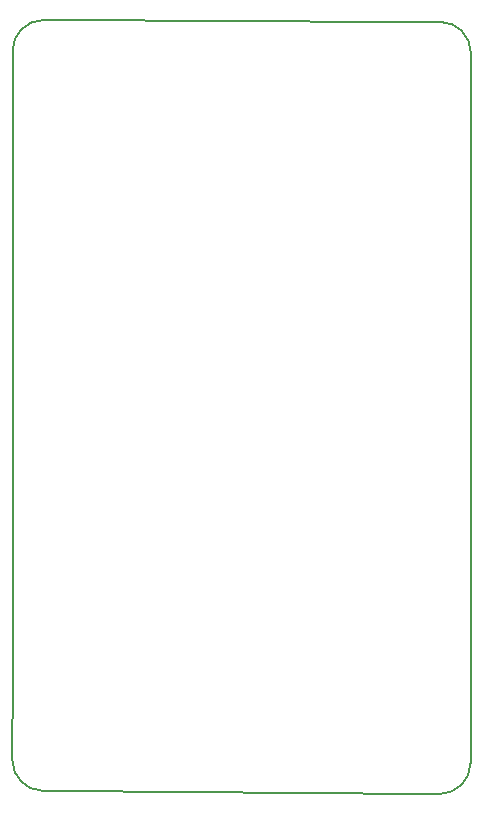
<source format=gko>
G04*
G04 #@! TF.GenerationSoftware,Altium Limited,Altium Designer,19.0.15 (446)*
G04*
G04 Layer_Color=16711935*
%FSLAX44Y44*%
%MOMM*%
G71*
G01*
G75*
%ADD13C,0.1270*%
%ADD133C,0.1270*%
D13*
X319694Y616141D02*
G03*
X319689Y616141I-6J-635D01*
G01*
X319694Y616141D02*
G03*
X319689Y616141I-6J-26035D01*
G01*
X345724Y590111D02*
G03*
X319694Y616141I-26035J-6D01*
G01*
X345724Y590106D02*
G03*
X345724Y590111I-26035J-0D01*
G01*
X345727Y580298D02*
G03*
X345727Y580299I-635J0D01*
G01*
Y580298D02*
G03*
X345727Y580299I-635J0D01*
G01*
X345724Y590106D02*
G03*
X345724Y590111I-635J-0D01*
G01*
X298777Y616141D02*
G03*
X298759Y616140I0J-635D01*
G01*
X298761Y616140D02*
G03*
X298758Y616140I16J-635D01*
G01*
X298777Y616141D02*
G03*
X298761Y616140I0J-635D01*
G01*
X345727Y-256D02*
G03*
X345727Y-248I-635J8D01*
G01*
X345727Y-256D02*
G03*
X345727Y-248I-635J8D01*
G01*
X345584Y-11514D02*
G03*
X345584Y-11510I-26035J4D01*
G01*
X319549Y-37545D02*
G03*
X345584Y-11514I0J26035D01*
G01*
X305995Y-37545D02*
G03*
X305998Y-37545I3J635D01*
G01*
X305990Y-37545D02*
G03*
X305995Y-37545I8J635D01*
G01*
X305993Y-37545D02*
G03*
X305998Y-37545I5J635D01*
G01*
X-16208Y617612D02*
G03*
X-16217Y617612I-9J-635D01*
G01*
X-16208Y617612D02*
G03*
X-16217Y617612I-9J-635D01*
G01*
X-16217D02*
G03*
X-42252Y591577I-1J-26035D01*
G01*
X-42460Y-8911D02*
G03*
X-16595Y-34945I26034J0D01*
G01*
X-42460Y-8910D02*
G03*
X-42460Y-8911I26034J-1D01*
G01*
X335Y-35055D02*
G03*
X336Y-35055I4J635D01*
G01*
X331Y-35055D02*
G03*
X334Y-35055I8J635D01*
G01*
X-16595Y-34945D02*
G03*
X-16592Y-34945I4J635D01*
G01*
X-42460Y5832D02*
G03*
X-42460Y5829I635J-3D01*
G01*
Y5832D02*
G03*
X-42460Y5829I635J-3D01*
G01*
X298777Y616141D02*
X319689D01*
X345724Y590106D02*
X345727Y580299D01*
X343Y617380D02*
X279883Y615608D01*
X298759Y616140D02*
X298761Y616140D01*
X298758Y616140D02*
X298759Y616140D01*
X279883Y615608D02*
X298758Y616140D01*
X345727Y580298D02*
X345727Y-248D01*
X345584Y-11514D02*
X345727Y-256D01*
X345584Y-11518D02*
X345584Y-11514D01*
X305998Y-37545D02*
X319549D01*
X-16208Y617612D02*
X348Y617380D01*
X-42252Y591577D02*
Y591577D01*
Y586476D02*
Y591577D01*
X-42252Y555900D02*
X-42252Y46134D01*
Y46130D02*
Y46134D01*
X-42252Y586476D02*
X-42252Y555900D01*
X305993Y-37545D02*
X305995Y-37545D01*
X305990Y-37545D02*
X305993Y-37545D01*
X336Y-35055D02*
X305990Y-37545D01*
X334Y-35055D02*
X336Y-35055D01*
X331Y-35055D02*
X335Y-35055D01*
X-16592Y-34945D02*
X331Y-35055D01*
X-16595Y-34945D02*
X-16592Y-34945D01*
X-42460Y5832D02*
X-42252Y46134D01*
X-42460Y-8910D02*
Y5829D01*
Y-8911D02*
Y-8910D01*
D133*
X-42252Y591577D02*
D03*
M02*

</source>
